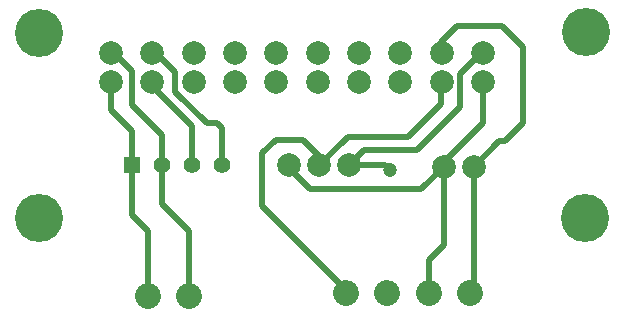
<source format=gbl>
G04 ( created by brdgerber.py ( brdgerber.py v0.1 2014-03-12 ) ) date 2020-06-12 06:33:51 EDT*
G04 Gerber Fmt 3.4, Leading zero omitted, Abs format*
%MOIN*%
%FSLAX34Y34*%
G01*
G70*
G90*
G04 APERTURE LIST*
%ADD13R,0.0550X0.0550*%
%ADD20C,0.0472*%
%ADD16C,0.1600*%
%ADD15C,0.0120*%
%ADD18C,0.0860*%
%ADD12C,0.0000*%
%ADD19C,0.0050*%
%ADD11C,0.0787*%
%ADD10C,0.0200*%
%ADD14C,0.0550*%
%ADD17C,0.0150*%
G04 APERTURE END LIST*
G54D13*
D11*
X-00350Y-00350D03*
D11*
X00650Y-00350D03*
D11*
X01650Y-00350D03*
D11*
X04800Y-00400D03*
D11*
X05800Y-00400D03*
D13*
X-05600Y-00350D03*
D14*
X-04600Y-00350D03*
D14*
X-03600Y-00350D03*
D14*
X-02600Y-00350D03*
D16*
X-08700Y04050D03*
D16*
X09550Y04100D03*
D16*
X-08700Y-02100D03*
D16*
X09500Y-02100D03*
D18*
G01X-03692Y-04700D02*
G01X-03692Y-04700D01*
D18*
G01X-05069Y-04700D02*
G01X-05069Y-04700D01*
D11*
X-06301Y02408D03*
D11*
X-06301Y03392D03*
D11*
X-04923Y02408D03*
D11*
X-04923Y03392D03*
D11*
X-03545Y02408D03*
D11*
X-03545Y03392D03*
D11*
X-02167Y02408D03*
D11*
X-02167Y03392D03*
D11*
X-00789Y02408D03*
D11*
X-00789Y03392D03*
D11*
X00589Y02408D03*
D11*
X00589Y03392D03*
D11*
X01967Y02408D03*
D11*
X01967Y03392D03*
D11*
X03345Y02408D03*
D11*
X03345Y03392D03*
D11*
X04723Y02408D03*
D11*
X04723Y03392D03*
D11*
X06101Y02408D03*
D11*
X06101Y03392D03*
D18*
G01X05666Y-04600D02*
G01X05666Y-04600D01*
D18*
G01X04288Y-04600D02*
G01X04288Y-04600D01*
D18*
G01X02912Y-04600D02*
G01X02912Y-04600D01*
D18*
G01X01534Y-04600D02*
G01X01534Y-04600D01*
D10*
G01X04050Y-01150D02*
G01X04800Y-00400D01*
D10*
G01X04700Y03400D02*
G01X04700Y03750D01*
D10*
G01X04700Y03750D02*
G01X05250Y04300D01*
D10*
G01X05250Y04300D02*
G01X06750Y04300D01*
D10*
G01X06750Y04300D02*
G01X07450Y03600D01*
D10*
G01X07450Y03600D02*
G01X07450Y01050D01*
D10*
G01X07450Y01050D02*
G01X06850Y00450D01*
D10*
G01X06850Y00450D02*
G01X06650Y00450D01*
D10*
G01X06650Y00450D02*
G01X05800Y-00400D01*
D10*
G01X06100Y02400D02*
G01X06100Y01050D01*
D10*
G01X06100Y01050D02*
G01X04800Y-00250D01*
D10*
G01X04800Y-00250D02*
G01X04800Y-00400D01*
D10*
G01X06100Y03400D02*
G01X06050Y03400D01*
D10*
G01X06050Y03400D02*
G01X05350Y02700D01*
D10*
G01X05350Y02700D02*
G01X05350Y01600D01*
D10*
G01X05350Y01600D02*
G01X03900Y00150D01*
D10*
G01X03900Y00150D02*
G01X02150Y00150D01*
D10*
G01X02150Y00150D02*
G01X01650Y-00350D01*
D10*
G01X04700Y02400D02*
G01X04700Y01700D01*
D10*
G01X04700Y01700D02*
G01X03600Y00600D01*
D10*
G01X03600Y00600D02*
G01X01600Y00600D01*
D10*
G01X01600Y00600D02*
G01X00650Y-00350D01*
D10*
G01X-00350Y-00350D02*
G01X-00350Y-00450D01*
D10*
G01X-00350Y-00450D02*
G01X00350Y-01150D01*
D10*
G01X00350Y-01150D02*
G01X04050Y-01150D01*
D10*
G01X-04900Y03400D02*
G01X-04800Y03400D01*
D10*
G01X-04800Y03400D02*
G01X-04150Y02750D01*
D10*
G01X-04150Y02750D02*
G01X-04150Y02100D01*
D10*
G01X-04150Y02100D02*
G01X-03100Y01050D01*
D10*
G01X-03100Y01050D02*
G01X-02750Y01050D01*
D10*
G01X-02750Y01050D02*
G01X-02600Y00900D01*
D10*
G01X-02600Y00900D02*
G01X-02600Y-00350D01*
D10*
G01X-04900Y02400D02*
G01X-04900Y02250D01*
D10*
G01X-04900Y02250D02*
G01X-03600Y00950D01*
D10*
G01X-03600Y00950D02*
G01X-03600Y-00350D01*
D10*
G01X-06300Y03400D02*
G01X-06200Y03400D01*
D10*
G01X-06200Y03400D02*
G01X-05600Y02800D01*
D10*
G01X-05600Y02800D02*
G01X-05600Y01650D01*
D10*
G01X-05600Y01650D02*
G01X-04600Y00650D01*
D10*
G01X-04600Y00650D02*
G01X-04600Y-00350D01*
D10*
G01X-06300Y02400D02*
G01X-06300Y01500D01*
D10*
G01X-06300Y01500D02*
G01X-05600Y00800D01*
D10*
G01X-05600Y00800D02*
G01X-05600Y-00350D01*
D10*
G01X-05600Y-00350D02*
G01X-05600Y-02000D01*
D10*
G01X-05600Y-02000D02*
G01X-05050Y-02550D01*
D10*
G01X-05050Y-02550D02*
G01X-05050Y-04700D01*
D10*
G01X-04600Y-00350D02*
G01X-04600Y-01650D01*
D10*
G01X-04600Y-01650D02*
G01X-03700Y-02550D01*
D10*
G01X-03700Y-02550D02*
G01X-03700Y-04700D01*
D10*
G01X05800Y-00400D02*
G01X05800Y-04450D01*
D10*
G01X05800Y-04450D02*
G01X05650Y-04600D01*
D10*
G01X04800Y-00400D02*
G01X04800Y-03000D01*
D10*
G01X04800Y-03000D02*
G01X04300Y-03500D01*
D10*
G01X04300Y-03500D02*
G01X04300Y-04600D01*
D10*
G01X00650Y-00350D02*
G01X00650Y-00050D01*
D10*
G01X00650Y-00050D02*
G01X00100Y00500D01*
D10*
G01X00100Y00500D02*
G01X-00800Y00500D01*
D10*
G01X-00800Y00500D02*
G01X-01250Y00050D01*
D10*
G01X-01250Y00050D02*
G01X-01250Y-01700D01*
D10*
G01X-01250Y-01700D02*
G01X01550Y-04500D01*
D10*
G01X01550Y-04500D02*
G01X01550Y-04600D01*
D10*
G01X01650Y-00350D02*
G01X02850Y-00350D01*
D10*
G01X02850Y-00350D02*
G01X03000Y-00500D01*
D20*
X03000Y-00500D03*
M02*

</source>
